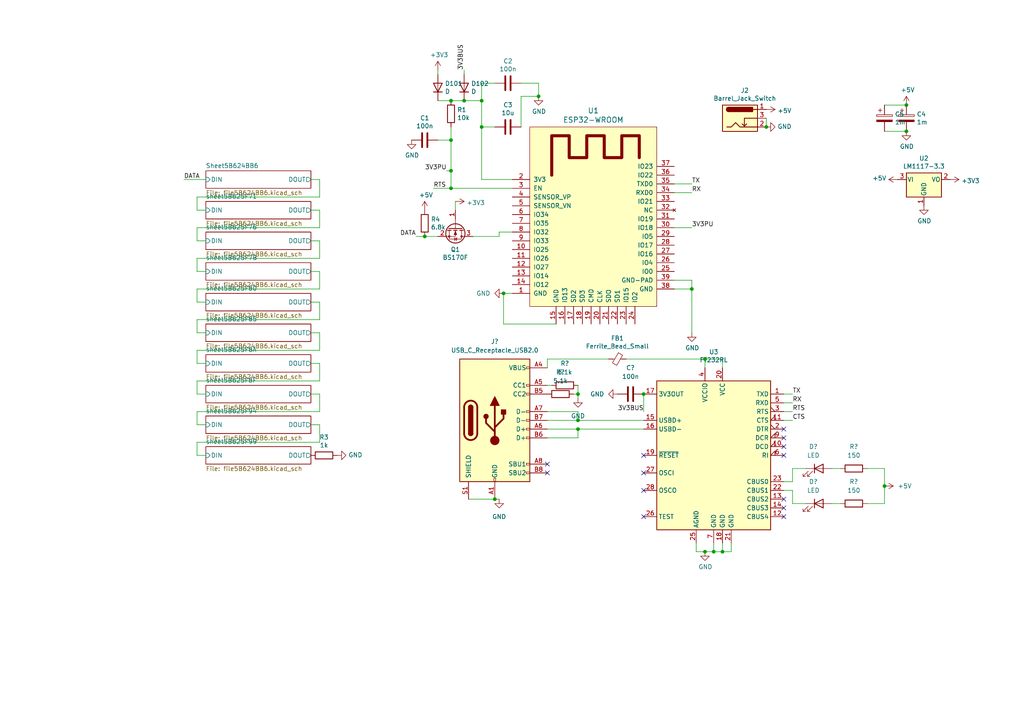
<source format=kicad_sch>
(kicad_sch (version 20211123) (generator eeschema)
  (paper "A4")
  (lib_symbols
    (symbol "Connector:Barrel_Jack_Switch" (pin_names hide)
      (property "Reference" "J" (at 0 5.334 0))
      (property "Value" "Barrel_Jack_Switch" (at 0 -5.08 0))
      (symbol "Barrel_Jack_Switch_0_1"
        (rectangle (start -5.08 3.81) (end 5.08 -3.81) (stroke (width 0.254)) (fill (type background)))
        (arc (start -3.302 3.175) (mid -3.937 2.54) (end -3.302 1.905) (stroke (width 0.254)))
        (arc (start -3.302 3.175) (mid -3.937 2.54) (end -3.302 1.905) (stroke (width 0.254)) (fill (type outline)))
        (polyline (pts (xy 1.27 -2.286) (xy 1.905 -1.651)) (stroke (width 0.254)))
        (polyline (pts (xy 5.08 2.54) (xy 3.81 2.54)) (stroke (width 0.254)))
        (polyline (pts (xy 5.08 0) (xy 1.27 0) (xy 1.27 -2.286) (xy 0.635 -1.651)) (stroke (width 0.254)))
        (polyline (pts (xy -3.81 -2.54) (xy -2.54 -2.54) (xy -1.27 -1.27) (xy 0 -2.54) (xy 2.54 -2.54) (xy 5.08 -2.54)) (stroke (width 0.254)))
        (rectangle (start 3.683 3.175) (end -3.302 1.905) (stroke (width 0.254)) (fill (type outline)))
      )
      (symbol "Barrel_Jack_Switch_1_1"
        (pin passive line (at 7.62 2.54 180) (length 2.54) (name "~") (number "1"))
        (pin passive line (at 7.62 -2.54 180) (length 2.54) (name "~") (number "2"))
        (pin passive line (at 7.62 0 180) (length 2.54) (name "~") (number "3"))
      )
    )
    (symbol "Connector:USB_C_Receptacle_USB2.0" (pin_names (offset 1.016))
      (property "Reference" "J" (at -10.16 19.05 0))
      (property "Value" "USB_C_Receptacle_USB2.0" (at 19.05 19.05 0))
      (symbol "USB_C_Receptacle_USB2.0_0_0"
        (rectangle (start -0.254 -17.78) (end 0.254 -16.764))
        (rectangle (start 10.16 -14.986) (end 9.144 -15.494))
        (rectangle (start 10.16 -12.446) (end 9.144 -12.954))
        (rectangle (start 10.16 -4.826) (end 9.144 -5.334))
        (rectangle (start 10.16 -2.286) (end 9.144 -2.794))
        (rectangle (start 10.16 0.254) (end 9.144 -0.254))
        (rectangle (start 10.16 2.794) (end 9.144 2.286))
        (rectangle (start 10.16 7.874) (end 9.144 7.366))
        (rectangle (start 10.16 10.414) (end 9.144 9.906))
        (rectangle (start 10.16 15.494) (end 9.144 14.986))
      )
      (symbol "USB_C_Receptacle_USB2.0_0_1"
        (rectangle (start -10.16 17.78) (end 10.16 -17.78) (stroke (width 0.254)) (fill (type background)))
        (arc (start -8.89 -3.81) (mid -6.985 -5.715) (end -5.08 -3.81) (stroke (width 0.508)))
        (arc (start -7.62 -3.81) (mid -6.985 -4.445) (end -6.35 -3.81) (stroke (width 0.254)))
        (arc (start -7.62 -3.81) (mid -6.985 -4.445) (end -6.35 -3.81) (stroke (width 0.254)) (fill (type outline)))
        (rectangle (start -7.62 -3.81) (end -6.35 3.81) (stroke (width 0.254)) (fill (type outline)))
        (arc (start -6.35 3.81) (mid -6.985 4.445) (end -7.62 3.81) (stroke (width 0.254)))
        (arc (start -6.35 3.81) (mid -6.985 4.445) (end -7.62 3.81) (stroke (width 0.254)) (fill (type outline)))
        (arc (start -5.08 3.81) (mid -6.985 5.715) (end -8.89 3.81) (stroke (width 0.508)))
        (circle (center -2.54 1.143) (radius 0.635) (stroke (width 0.254)) (fill (type outline)))
        (circle (center 0 -5.842) (radius 1.27) (fill (type outline)))
        (polyline (pts (xy -8.89 -3.81) (xy -8.89 3.81)) (stroke (width 0.508)))
        (polyline (pts (xy -5.08 3.81) (xy -5.08 -3.81)) (stroke (width 0.508)))
        (polyline (pts (xy 0 -5.842) (xy 0 4.318)) (stroke (width 0.508)))
        (polyline (pts (xy 0 -3.302) (xy -2.54 -0.762) (xy -2.54 0.508)) (stroke (width 0.508)))
        (polyline (pts (xy 0 -2.032) (xy 2.54 0.508) (xy 2.54 1.778)) (stroke (width 0.508)))
        (polyline (pts (xy -1.27 4.318) (xy 0 6.858) (xy 1.27 4.318) (xy -1.27 4.318)) (stroke (width 0.254)) (fill (type outline)))
        (rectangle (start 1.905 1.778) (end 3.175 3.048) (stroke (width 0.254)) (fill (type outline)))
      )
      (symbol "USB_C_Receptacle_USB2.0_1_1"
        (pin passive line (at 0 -22.86 90) (length 5.08) (name "GND") (number "A1"))
        (pin passive line (at 0 -22.86 90) (length 5.08) hide (name "GND") (number "A12"))
        (pin passive line (at 15.24 15.24 180) (length 5.08) (name "VBUS") (number "A4"))
        (pin bidirectional line (at 15.24 10.16 180) (length 5.08) (name "CC1") (number "A5"))
        (pin bidirectional line (at 15.24 -2.54 180) (length 5.08) (name "D+") (number "A6"))
        (pin bidirectional line (at 15.24 2.54 180) (length 5.08) (name "D-") (number "A7"))
        (pin bidirectional line (at 15.24 -12.7 180) (length 5.08) (name "SBU1") (number "A8"))
        (pin passive line (at 15.24 15.24 180) (length 5.08) hide (name "VBUS") (number "A9"))
        (pin passive line (at 0 -22.86 90) (length 5.08) hide (name "GND") (number "B1"))
        (pin passive line (at 0 -22.86 90) (length 5.08) hide (name "GND") (number "B12"))
        (pin passive line (at 15.24 15.24 180) (length 5.08) hide (name "VBUS") (number "B4"))
        (pin bidirectional line (at 15.24 7.62 180) (length 5.08) (name "CC2") (number "B5"))
        (pin bidirectional line (at 15.24 -5.08 180) (length 5.08) (name "D+") (number "B6"))
        (pin bidirectional line (at 15.24 0 180) (length 5.08) (name "D-") (number "B7"))
        (pin bidirectional line (at 15.24 -15.24 180) (length 5.08) (name "SBU2") (number "B8"))
        (pin passive line (at 15.24 15.24 180) (length 5.08) hide (name "VBUS") (number "B9"))
        (pin passive line (at -7.62 -22.86 90) (length 5.08) (name "SHIELD") (number "S1"))
      )
    )
    (symbol "Device:C" (pin_numbers hide) (pin_names (offset 0.254))
      (property "Reference" "C" (at 0.635 2.54 0))
      (property "Value" "C" (at 0.635 -2.54 0))
      (symbol "C_0_1"
        (polyline (pts (xy -2.032 -0.762) (xy 2.032 -0.762)) (stroke (width 0.508)))
        (polyline (pts (xy -2.032 0.762) (xy 2.032 0.762)) (stroke (width 0.508)))
      )
      (symbol "C_1_1"
        (pin passive line (at 0 3.81 270) (length 2.794) (name "~") (number "1"))
        (pin passive line (at 0 -3.81 90) (length 2.794) (name "~") (number "2"))
      )
    )
    (symbol "Device:D" (pin_numbers hide) (pin_names (offset 1.016) hide)
      (property "Reference" "D" (at 0 2.54 0))
      (property "Value" "D" (at 0 -2.54 0))
      (symbol "D_0_1"
        (polyline (pts (xy -1.27 1.27) (xy -1.27 -1.27)) (stroke (width 0.254)))
        (polyline (pts (xy 1.27 0) (xy -1.27 0)))
        (polyline (pts (xy 1.27 1.27) (xy 1.27 -1.27) (xy -1.27 0) (xy 1.27 1.27)) (stroke (width 0.254)))
      )
      (symbol "D_1_1"
        (pin passive line (at -3.81 0 0) (length 2.54) (name "K") (number "1"))
        (pin passive line (at 3.81 0 180) (length 2.54) (name "A") (number "2"))
      )
    )
    (symbol "Device:LED" (pin_numbers hide) (pin_names (offset 1.016) hide)
      (property "Reference" "D" (at 0 2.54 0))
      (property "Value" "LED" (at 0 -2.54 0))
      (symbol "LED_0_1"
        (polyline (pts (xy -1.27 -1.27) (xy -1.27 1.27)) (stroke (width 0.254)))
        (polyline (pts (xy -1.27 0) (xy 1.27 0)))
        (polyline (pts (xy 1.27 -1.27) (xy 1.27 1.27) (xy -1.27 0) (xy 1.27 -1.27)) (stroke (width 0.254)))
        (polyline (pts (xy -3.048 -0.762) (xy -4.572 -2.286) (xy -3.81 -2.286) (xy -4.572 -2.286) (xy -4.572 -1.524)))
        (polyline (pts (xy -1.778 -0.762) (xy -3.302 -2.286) (xy -2.54 -2.286) (xy -3.302 -2.286) (xy -3.302 -1.524)))
      )
      (symbol "LED_1_1"
        (pin passive line (at -3.81 0 0) (length 2.54) (name "K") (number "1"))
        (pin passive line (at 3.81 0 180) (length 2.54) (name "A") (number "2"))
      )
    )
    (symbol "Device:R" (pin_numbers hide) (pin_names (offset 0))
      (property "Reference" "R" (at 2.032 0 90))
      (property "Value" "R" (at 0 0 90))
      (symbol "R_0_1"
        (rectangle (start -1.016 -2.54) (end 1.016 2.54) (stroke (width 0.254)))
      )
      (symbol "R_1_1"
        (pin passive line (at 0 3.81 270) (length 1.27) (name "~") (number "1"))
        (pin passive line (at 0 -3.81 90) (length 1.27) (name "~") (number "2"))
      )
    )
    (symbol "Interface_USB:FT232RL"
      (property "Reference" "U" (at -16.51 22.86 0))
      (property "Value" "FT232RL" (at 10.16 22.86 0))
      (symbol "FT232RL_0_1"
        (rectangle (start -16.51 21.59) (end 16.51 -21.59) (stroke (width 0.254)) (fill (type background)))
      )
      (symbol "FT232RL_1_1"
        (pin output line (at 20.32 17.78 180) (length 3.81) (name "TXD") (number "1"))
        (pin input input_low (at 20.32 2.54 180) (length 3.81) (name "DCD") (number "10"))
        (pin input input_low (at 20.32 10.16 180) (length 3.81) (name "CTS") (number "11"))
        (pin bidirectional line (at 20.32 -17.78 180) (length 3.81) (name "CBUS4") (number "12"))
        (pin bidirectional line (at 20.32 -12.7 180) (length 3.81) (name "CBUS2") (number "13"))
        (pin bidirectional line (at 20.32 -15.24 180) (length 3.81) (name "CBUS3") (number "14"))
        (pin bidirectional line (at -20.32 10.16 0) (length 3.81) (name "USBD+") (number "15"))
        (pin bidirectional line (at -20.32 7.62 0) (length 3.81) (name "USBD-") (number "16"))
        (pin power_out line (at -20.32 17.78 0) (length 3.81) (name "3V3OUT") (number "17"))
        (pin power_in line (at 2.54 -25.4 90) (length 3.81) (name "GND") (number "18"))
        (pin input line (at -20.32 0 0) (length 3.81) (name "~{RESET}") (number "19"))
        (pin output output_low (at 20.32 7.62 180) (length 3.81) (name "DTR") (number "2"))
        (pin power_in line (at 2.54 25.4 270) (length 3.81) (name "VCC") (number "20"))
        (pin power_in line (at 5.08 -25.4 90) (length 3.81) (name "GND") (number "21"))
        (pin bidirectional line (at 20.32 -10.16 180) (length 3.81) (name "CBUS1") (number "22"))
        (pin bidirectional line (at 20.32 -7.62 180) (length 3.81) (name "CBUS0") (number "23"))
        (pin power_in line (at -5.08 -25.4 90) (length 3.81) (name "AGND") (number "25"))
        (pin input line (at -20.32 -17.78 0) (length 3.81) (name "TEST") (number "26"))
        (pin input line (at -20.32 -5.08 0) (length 3.81) (name "OSCI") (number "27"))
        (pin output line (at -20.32 -10.16 0) (length 3.81) (name "OSCO") (number "28"))
        (pin output output_low (at 20.32 12.7 180) (length 3.81) (name "RTS") (number "3"))
        (pin power_in line (at -2.54 25.4 270) (length 3.81) (name "VCCIO") (number "4"))
        (pin input line (at 20.32 15.24 180) (length 3.81) (name "RXD") (number "5"))
        (pin input input_low (at 20.32 0 180) (length 3.81) (name "RI") (number "6"))
        (pin power_in line (at 0 -25.4 90) (length 3.81) (name "GND") (number "7"))
        (pin input input_low (at 20.32 5.08 180) (length 3.81) (name "DCR") (number "9"))
      )
    )
    (symbol "Regulator_Linear:LM1117-3.3" (pin_names (offset 0.254))
      (property "Reference" "U" (at -3.81 3.175 0))
      (property "Value" "LM1117-3.3" (at 0 3.175 0))
      (symbol "LM1117-3.3_0_1"
        (rectangle (start -5.08 -5.08) (end 5.08 1.905) (stroke (width 0.254)) (fill (type background)))
      )
      (symbol "LM1117-3.3_1_1"
        (pin power_in line (at 0 -7.62 90) (length 2.54) (name "GND") (number "1"))
        (pin power_out line (at 7.62 0 180) (length 2.54) (name "VO") (number "2"))
        (pin power_in line (at -7.62 0 0) (length 2.54) (name "VI") (number "3"))
      )
    )
    (symbol "Transistor_FET:BS170F" (pin_names hide)
      (property "Reference" "Q" (at 5.08 1.905 0))
      (property "Value" "BS170F" (at 5.08 0 0))
      (symbol "BS170F_0_1"
        (polyline (pts (xy 0.254 0) (xy -2.54 0)))
        (polyline (pts (xy 0.254 1.905) (xy 0.254 -1.905)) (stroke (width 0.254)))
        (polyline (pts (xy 0.762 -1.27) (xy 0.762 -2.286)) (stroke (width 0.254)))
        (polyline (pts (xy 0.762 0.508) (xy 0.762 -0.508)) (stroke (width 0.254)))
        (polyline (pts (xy 0.762 2.286) (xy 0.762 1.27)) (stroke (width 0.254)))
        (polyline (pts (xy 2.54 2.54) (xy 2.54 1.778)))
        (polyline (pts (xy 2.54 -2.54) (xy 2.54 0) (xy 0.762 0)))
        (polyline (pts (xy 0.762 -1.778) (xy 3.302 -1.778) (xy 3.302 1.778) (xy 0.762 1.778)))
        (polyline (pts (xy 1.016 0) (xy 2.032 0.381) (xy 2.032 -0.381) (xy 1.016 0)) (fill (type outline)))
        (polyline (pts (xy 2.794 0.508) (xy 2.921 0.381) (xy 3.683 0.381) (xy 3.81 0.254)))
        (polyline (pts (xy 3.302 0.381) (xy 2.921 -0.254) (xy 3.683 -0.254) (xy 3.302 0.381)))
        (circle (center 1.651 0) (radius 2.794) (stroke (width 0.254)))
        (circle (center 2.54 -1.778) (radius 0.254) (fill (type outline)))
        (circle (center 2.54 1.778) (radius 0.254) (fill (type outline)))
      )
      (symbol "BS170F_1_1"
        (pin input line (at -5.08 0 0) (length 2.54) (name "G") (number "1"))
        (pin passive line (at 2.54 -5.08 90) (length 2.54) (name "S") (number "2"))
        (pin passive line (at 2.54 5.08 270) (length 2.54) (name "D") (number "3"))
      )
    )
    (symbol "pentasquare-rescue:+3.3V-power" (power) (pin_names (offset 0))
      (property "Value" "+3.3V-power" (at 0 3.556 0))
      (symbol "+3.3V-power_0_1"
        (polyline (pts (xy -0.762 1.27) (xy 0 2.54)))
        (polyline (pts (xy 0 0) (xy 0 2.54)))
        (polyline (pts (xy 0 2.54) (xy 0.762 1.27)))
      )
      (symbol "+3.3V-power_1_1"
        (pin power_in line (at 0 0 90) (length 0) hide (name "+3V3") (number "1"))
      )
    )
    (symbol "pentasquare-rescue:CP-Device" (pin_numbers hide) (pin_names (offset 0.254))
      (property "Reference" "C" (at 0.635 2.54 0))
      (property "Value" "CP-Device" (at 0.635 -2.54 0))
      (symbol "CP-Device_0_1"
        (rectangle (start -2.286 0.508) (end 2.286 1.016))
        (polyline (pts (xy -1.778 2.286) (xy -0.762 2.286)))
        (polyline (pts (xy -1.27 2.794) (xy -1.27 1.778)))
        (rectangle (start 2.286 -0.508) (end -2.286 -1.016) (fill (type outline)))
      )
      (symbol "CP-Device_1_1"
        (pin passive line (at 0 3.81 270) (length 2.794) (name "~") (number "1"))
        (pin passive line (at 0 -3.81 90) (length 2.794) (name "~") (number "2"))
      )
    )
    (symbol "pentasquare-rescue:ESP32-WROOM-ESP32-footprints-Shem-Lib" (pin_names (offset 1.016))
      (property "Reference" "U" (at -17.78 31.75 0))
      (property "Value" "ESP32-WROOM-ESP32-footprints-Shem-Lib" (at 12.7 31.75 0))
      (symbol "ESP32-WROOM-ESP32-footprints-Shem-Lib_0_1"
        (rectangle (start -19.05 30.48) (end 17.78 -21.59) (fill (type background)))
        (polyline (pts (xy -12.7 16.51) (xy -12.7 27.94) (xy -7.62 27.94) (xy -7.62 21.59) (xy -2.54 21.59) (xy -2.54 27.94) (xy 2.54 27.94) (xy 2.54 21.59) (xy 7.62 21.59) (xy 7.62 27.94) (xy 12.7 27.94) (xy 12.7 21.59)) (stroke (width 0.889)))
      )
      (symbol "ESP32-WROOM-ESP32-footprints-Shem-Lib_1_1"
        (pin power_out line (at -24.13 -17.78 0) (length 5.08) (name "GND") (number "1"))
        (pin bidirectional line (at -24.13 -5.08 0) (length 5.08) (name "IO25") (number "10"))
        (pin bidirectional line (at -24.13 -7.62 0) (length 5.08) (name "IO26") (number "11"))
        (pin bidirectional line (at -24.13 -10.16 0) (length 5.08) (name "IO27") (number "12"))
        (pin bidirectional line (at -24.13 -12.7 0) (length 5.08) (name "IO14") (number "13"))
        (pin bidirectional line (at -24.13 -15.24 0) (length 5.08) (name "IO12") (number "14"))
        (pin power_in line (at -11.43 -26.67 90) (length 5.08) (name "GND") (number "15"))
        (pin bidirectional line (at -8.89 -26.67 90) (length 5.08) (name "IO13") (number "16"))
        (pin bidirectional line (at -6.35 -26.67 90) (length 5.08) (name "SD2") (number "17"))
        (pin bidirectional line (at -3.81 -26.67 90) (length 5.08) (name "SD3") (number "18"))
        (pin bidirectional line (at -1.27 -26.67 90) (length 5.08) (name "CMD") (number "19"))
        (pin power_in line (at -24.13 15.24 0) (length 5.08) (name "3V3") (number "2"))
        (pin input line (at 1.27 -26.67 90) (length 5.08) (name "CLK") (number "20"))
        (pin bidirectional line (at 3.81 -26.67 90) (length 5.08) (name "SDO") (number "21"))
        (pin bidirectional line (at 6.35 -26.67 90) (length 5.08) (name "SD1") (number "22"))
        (pin bidirectional line (at 8.89 -26.67 90) (length 5.08) (name "IO15") (number "23"))
        (pin bidirectional line (at 11.43 -26.67 90) (length 5.08) (name "IO2") (number "24"))
        (pin bidirectional line (at 22.86 -11.43 180) (length 5.08) (name "IO0") (number "25"))
        (pin input line (at 22.86 -8.89 180) (length 5.08) (name "IO4") (number "26"))
        (pin bidirectional line (at 22.86 -6.35 180) (length 5.08) (name "IO16") (number "27"))
        (pin bidirectional line (at 22.86 -3.81 180) (length 5.08) (name "IO17") (number "28"))
        (pin bidirectional line (at 22.86 -1.27 180) (length 5.08) (name "IO5") (number "29"))
        (pin input line (at -24.13 12.7 0) (length 5.08) (name "EN") (number "3"))
        (pin input line (at 22.86 1.27 180) (length 5.08) (name "IO18") (number "30"))
        (pin bidirectional line (at 22.86 3.81 180) (length 5.08) (name "IO19") (number "31"))
        (pin no_connect line (at 22.86 6.35 180) (length 5.08) (name "NC") (number "32"))
        (pin bidirectional line (at 22.86 8.89 180) (length 5.08) (name "IO21") (number "33"))
        (pin bidirectional line (at 22.86 11.43 180) (length 5.08) (name "RXD0") (number "34"))
        (pin bidirectional line (at 22.86 13.97 180) (length 5.08) (name "TXD0") (number "35"))
        (pin bidirectional line (at 22.86 16.51 180) (length 5.08) (name "IO22") (number "36"))
        (pin bidirectional line (at 22.86 19.05 180) (length 5.08) (name "IO23") (number "37"))
        (pin power_in line (at 22.86 -16.51 180) (length 5.08) (name "GND") (number "38"))
        (pin power_in line (at 22.86 -13.97 180) (length 5.08) (name "GND-PAD") (number "39"))
        (pin input line (at -24.13 10.16 0) (length 5.08) (name "SENSOR_VP") (number "4"))
        (pin input line (at -24.13 7.62 0) (length 5.08) (name "SENSOR_VN") (number "5"))
        (pin bidirectional line (at -24.13 5.08 0) (length 5.08) (name "IO34") (number "6"))
        (pin bidirectional line (at -24.13 2.54 0) (length 5.08) (name "IO35") (number "7"))
        (pin bidirectional line (at -24.13 0 0) (length 5.08) (name "IO32") (number "8"))
        (pin bidirectional line (at -24.13 -2.54 0) (length 5.08) (name "IO33") (number "9"))
      )
    )
    (symbol "pentasquare-rescue:Ferrite_Bead_Small-Device" (pin_numbers hide) (pin_names (offset 0))
      (property "Reference" "FB" (at 1.905 1.27 0))
      (property "Value" "Ferrite_Bead_Small-Device" (at 1.905 -1.27 0))
      (symbol "Ferrite_Bead_Small-Device_0_1"
        (polyline (pts (xy 0 -1.27) (xy 0 -0.7874)))
        (polyline (pts (xy 0 0.889) (xy 0 1.2954)))
        (polyline (pts (xy -1.8288 0.2794) (xy -1.1176 1.4986) (xy 1.8288 -0.2032) (xy 1.1176 -1.4224) (xy -1.8288 0.2794)))
      )
      (symbol "Ferrite_Bead_Small-Device_1_1"
        (pin passive line (at 0 2.54 270) (length 1.27) (name "~") (number "1"))
        (pin passive line (at 0 -2.54 90) (length 1.27) (name "~") (number "2"))
      )
    )
    (symbol "power:+5V" (power) (pin_names (offset 0))
      (property "Value" "+5V" (at 0 3.556 0))
      (symbol "+5V_0_1"
        (polyline (pts (xy -0.762 1.27) (xy 0 2.54)))
        (polyline (pts (xy 0 0) (xy 0 2.54)))
        (polyline (pts (xy 0 2.54) (xy 0.762 1.27)))
      )
      (symbol "+5V_1_1"
        (pin power_in line (at 0 0 90) (length 0) hide (name "+5V") (number "1"))
      )
    )
    (symbol "power:GND" (power) (pin_names (offset 0))
      (property "Value" "GND" (at 0 -3.81 0))
      (symbol "GND_0_1"
        (polyline (pts (xy 0 0) (xy 0 -1.27) (xy 1.27 -1.27) (xy 0 -2.54) (xy -1.27 -1.27) (xy 0 -1.27)))
      )
      (symbol "GND_1_1"
        (pin power_in line (at 0 0 270) (length 0) hide (name "GND") (number "1"))
      )
    )
  )
  (junction (at 186.69 114.3))
  (junction (at 209.55 160.02))
  (junction (at 130.81 29.21))
  (junction (at 139.7 29.21))
  (junction (at 143.51 144.78))
  (junction (at 167.64 121.92))
  (junction (at 156.21 27.94))
  (junction (at 130.81 49.53))
  (junction (at 204.47 160.02))
  (junction (at 146.05 85.09))
  (junction (at 262.89 30.48))
  (junction (at 222.25 36.83))
  (junction (at 130.81 54.61))
  (junction (at 262.89 38.1))
  (junction (at 256.54 140.97))
  (junction (at 130.81 40.64))
  (junction (at 167.64 124.46))
  (junction (at 134.62 29.21))
  (junction (at 207.01 160.02))
  (junction (at 200.66 83.82))
  (junction (at 123.19 68.58))
  (junction (at 204.47 104.14))
  (junction (at 167.64 114.3))
  (junction (at 139.7 36.83))
  (no_connect (at 227.33 149.86))
  (no_connect (at 227.33 147.32))
  (no_connect (at 186.69 132.08))
  (no_connect (at 186.69 137.16))
  (no_connect (at 158.75 134.62))
  (no_connect (at 227.33 124.46))
  (no_connect (at 227.33 127))
  (no_connect (at 158.75 137.16))
  (no_connect (at 227.33 129.54))
  (no_connect (at 186.69 142.24))
  (no_connect (at 186.69 149.86))
  (no_connect (at 227.33 144.78))
  (no_connect (at 227.33 132.08))
  (wire (pts (xy 130.81 40.64) (xy 130.81 49.53)))
  (wire (pts (xy 144.78 68.58) (xy 137.16 68.58)))
  (wire (pts (xy 167.64 124.46) (xy 158.75 124.46)))
  (wire (pts (xy 57.15 105.41) (xy 59.69 105.41)))
  (wire (pts (xy 146.05 85.09) (xy 148.59 85.09)))
  (wire (pts (xy 227.33 114.3) (xy 229.87 114.3)))
  (wire (pts (xy 195.58 53.34) (xy 200.66 53.34)))
  (wire (pts (xy 251.46 135.89) (xy 256.54 135.89)))
  (wire (pts (xy 90.17 96.52) (xy 92.71 96.52)))
  (wire (pts (xy 207.01 160.02) (xy 204.47 160.02)))
  (wire (pts (xy 57.15 123.19) (xy 59.69 123.19)))
  (wire (pts (xy 57.15 128.27) (xy 57.15 132.08)))
  (wire (pts (xy 53.34 52.07) (xy 59.69 52.07)))
  (wire (pts (xy 92.71 87.63) (xy 92.71 92.71)))
  (wire (pts (xy 127 21.59) (xy 127 20.32)))
  (wire (pts (xy 92.71 78.74) (xy 92.71 83.82)))
  (wire (pts (xy 90.17 123.19) (xy 92.71 123.19)))
  (wire (pts (xy 204.47 106.68) (xy 204.47 104.14)))
  (wire (pts (xy 204.47 160.02) (xy 201.93 160.02)))
  (wire (pts (xy 167.64 114.3) (xy 167.64 115.57)))
  (wire (pts (xy 92.71 101.6) (xy 57.15 101.6)))
  (wire (pts (xy 90.17 114.3) (xy 92.71 114.3)))
  (wire (pts (xy 57.15 60.96) (xy 59.69 60.96)))
  (wire (pts (xy 92.71 105.41) (xy 92.71 110.49)))
  (wire (pts (xy 200.66 83.82) (xy 195.58 83.82)))
  (wire (pts (xy 156.21 24.13) (xy 156.21 27.94)))
  (wire (pts (xy 158.75 111.76) (xy 160.02 111.76)))
  (wire (pts (xy 209.55 106.68) (xy 209.55 104.14)))
  (wire (pts (xy 201.93 160.02) (xy 201.93 157.48)))
  (wire (pts (xy 227.33 142.24) (xy 229.87 142.24)))
  (wire (pts (xy 90.17 52.07) (xy 92.71 52.07)))
  (wire (pts (xy 167.64 121.92) (xy 158.75 121.92)))
  (wire (pts (xy 90.17 105.41) (xy 92.71 105.41)))
  (wire (pts (xy 146.05 93.98) (xy 146.05 85.09)))
  (wire (pts (xy 130.81 40.64) (xy 127 40.64)))
  (wire (pts (xy 139.7 52.07) (xy 148.59 52.07)))
  (wire (pts (xy 134.62 29.21) (xy 130.81 29.21)))
  (wire (pts (xy 92.71 69.85) (xy 92.71 74.93)))
  (wire (pts (xy 129.54 49.53) (xy 130.81 49.53)))
  (wire (pts (xy 92.71 114.3) (xy 92.71 119.38)))
  (wire (pts (xy 57.15 96.52) (xy 59.69 96.52)))
  (wire (pts (xy 256.54 38.1) (xy 262.89 38.1)))
  (wire (pts (xy 227.33 139.7) (xy 229.87 139.7)))
  (wire (pts (xy 151.13 24.13) (xy 156.21 24.13)))
  (wire (pts (xy 57.15 87.63) (xy 59.69 87.63)))
  (wire (pts (xy 167.64 127) (xy 167.64 124.46)))
  (wire (pts (xy 132.08 58.42) (xy 132.08 60.96)))
  (wire (pts (xy 92.71 123.19) (xy 92.71 128.27)))
  (wire (pts (xy 92.71 92.71) (xy 57.15 92.71)))
  (wire (pts (xy 135.89 144.78) (xy 143.51 144.78)))
  (wire (pts (xy 241.3 146.05) (xy 243.84 146.05)))
  (wire (pts (xy 233.68 146.05) (xy 229.87 146.05)))
  (wire (pts (xy 161.29 93.98) (xy 146.05 93.98)))
  (wire (pts (xy 90.17 69.85) (xy 92.71 69.85)))
  (wire (pts (xy 92.71 57.15) (xy 57.15 57.15)))
  (wire (pts (xy 125.73 54.61) (xy 130.81 54.61)))
  (wire (pts (xy 200.66 83.82) (xy 200.66 96.52)))
  (wire (pts (xy 90.17 60.96) (xy 92.71 60.96)))
  (wire (pts (xy 92.71 119.38) (xy 57.15 119.38)))
  (wire (pts (xy 158.75 106.68) (xy 158.75 104.14)))
  (wire (pts (xy 212.09 157.48) (xy 212.09 160.02)))
  (wire (pts (xy 92.71 110.49) (xy 57.15 110.49)))
  (wire (pts (xy 139.7 29.21) (xy 139.7 36.83)))
  (wire (pts (xy 222.25 34.29) (xy 222.25 36.83)))
  (wire (pts (xy 90.17 78.74) (xy 92.71 78.74)))
  (wire (pts (xy 57.15 110.49) (xy 57.15 114.3)))
  (wire (pts (xy 143.51 24.13) (xy 139.7 24.13)))
  (wire (pts (xy 148.59 67.31) (xy 144.78 67.31)))
  (wire (pts (xy 130.81 36.83) (xy 130.81 40.64)))
  (wire (pts (xy 158.75 104.14) (xy 176.53 104.14)))
  (wire (pts (xy 134.62 20.32) (xy 134.62 21.59)))
  (wire (pts (xy 195.58 81.28) (xy 200.66 81.28)))
  (wire (pts (xy 200.66 81.28) (xy 200.66 83.82)))
  (wire (pts (xy 256.54 140.97) (xy 256.54 146.05)))
  (wire (pts (xy 166.37 114.3) (xy 167.64 114.3)))
  (wire (pts (xy 123.19 68.58) (xy 127 68.58)))
  (wire (pts (xy 229.87 146.05) (xy 229.87 142.24)))
  (wire (pts (xy 57.15 114.3) (xy 59.69 114.3)))
  (wire (pts (xy 57.15 57.15) (xy 57.15 60.96)))
  (wire (pts (xy 130.81 49.53) (xy 130.81 54.61)))
  (wire (pts (xy 256.54 30.48) (xy 262.89 30.48)))
  (wire (pts (xy 227.33 121.92) (xy 229.87 121.92)))
  (wire (pts (xy 92.71 52.07) (xy 92.71 57.15)))
  (wire (pts (xy 57.15 66.04) (xy 57.15 69.85)))
  (wire (pts (xy 200.66 55.88) (xy 195.58 55.88)))
  (wire (pts (xy 57.15 101.6) (xy 57.15 105.41)))
  (wire (pts (xy 144.78 144.78) (xy 143.51 144.78)))
  (wire (pts (xy 167.64 119.38) (xy 167.64 121.92)))
  (wire (pts (xy 241.3 135.89) (xy 243.84 135.89)))
  (wire (pts (xy 167.64 124.46) (xy 186.69 124.46)))
  (wire (pts (xy 167.64 121.92) (xy 186.69 121.92)))
  (wire (pts (xy 229.87 116.84) (xy 227.33 116.84)))
  (wire (pts (xy 130.81 54.61) (xy 148.59 54.61)))
  (wire (pts (xy 209.55 157.48) (xy 209.55 160.02)))
  (wire (pts (xy 57.15 83.82) (xy 57.15 87.63)))
  (wire (pts (xy 256.54 146.05) (xy 251.46 146.05)))
  (wire (pts (xy 212.09 160.02) (xy 209.55 160.02)))
  (wire (pts (xy 92.71 66.04) (xy 57.15 66.04)))
  (wire (pts (xy 143.51 36.83) (xy 139.7 36.83)))
  (wire (pts (xy 233.68 135.89) (xy 229.87 135.89)))
  (wire (pts (xy 167.64 111.76) (xy 167.64 114.3)))
  (wire (pts (xy 92.71 128.27) (xy 57.15 128.27)))
  (wire (pts (xy 158.75 127) (xy 167.64 127)))
  (wire (pts (xy 158.75 119.38) (xy 167.64 119.38)))
  (wire (pts (xy 156.21 27.94) (xy 151.13 27.94)))
  (wire (pts (xy 209.55 160.02) (xy 207.01 160.02)))
  (wire (pts (xy 92.71 96.52) (xy 92.71 101.6)))
  (wire (pts (xy 139.7 36.83) (xy 139.7 52.07)))
  (wire (pts (xy 207.01 157.48) (xy 207.01 160.02)))
  (wire (pts (xy 151.13 27.94) (xy 151.13 36.83)))
  (wire (pts (xy 134.62 29.21) (xy 139.7 29.21)))
  (wire (pts (xy 181.61 104.14) (xy 204.47 104.14)))
  (wire (pts (xy 209.55 104.14) (xy 204.47 104.14)))
  (wire (pts (xy 92.71 74.93) (xy 57.15 74.93)))
  (wire (pts (xy 195.58 66.04) (xy 200.66 66.04)))
  (wire (pts (xy 227.33 119.38) (xy 229.87 119.38)))
  (wire (pts (xy 57.15 74.93) (xy 57.15 78.74)))
  (wire (pts (xy 92.71 83.82) (xy 57.15 83.82)))
  (wire (pts (xy 229.87 135.89) (xy 229.87 139.7)))
  (wire (pts (xy 144.78 67.31) (xy 144.78 68.58)))
  (wire (pts (xy 256.54 135.89) (xy 256.54 140.97)))
  (wire (pts (xy 57.15 69.85) (xy 59.69 69.85)))
  (wire (pts (xy 90.17 87.63) (xy 92.71 87.63)))
  (wire (pts (xy 57.15 132.08) (xy 59.69 132.08)))
  (wire (pts (xy 130.81 29.21) (xy 127 29.21)))
  (wire (pts (xy 57.15 119.38) (xy 57.15 123.19)))
  (wire (pts (xy 123.19 68.58) (xy 120.65 68.58)))
  (wire (pts (xy 186.69 119.38) (xy 186.69 114.3)))
  (wire (pts (xy 57.15 78.74) (xy 59.69 78.74)))
  (wire (pts (xy 92.71 60.96) (xy 92.71 66.04)))
  (wire (pts (xy 57.15 92.71) (xy 57.15 96.52)))
  (wire (pts (xy 139.7 24.13) (xy 139.7 29.21)))
  (label "RTS" (at 229.87 119.38 0))
  (label "3V3BUS" (at 186.69 119.38 180))
  (label "3V3PU" (at 200.66 66.04 0))
  (label "TX" (at 229.87 114.3 0))
  (label "RX" (at 229.87 116.84 0))
  (label "RX" (at 200.66 55.88 0))
  (label "TX" (at 200.66 53.34 0))
  (label "3V3BUS" (at 134.62 20.32 90))
  (label "CTS" (at 229.87 121.92 0))
  (label "RTS" (at 125.73 54.61 0))
  (label "3V3PU" (at 129.54 49.53 180))
  (label "DATA" (at 53.34 52.07 0))
  (label "DATA" (at 120.65 68.58 180))
  (symbol (lib_id "pentasquare-rescue:ESP32-WROOM-ESP32-footprints-Shem-Lib") (at 172.72 67.31 0) (unit 1)
    (property "Reference" "U1" (at 172.085 32.0802 0) (effects (font (size 1.524 1.524))))
    (property "Value" "ESP32-WROOM" (at 172.085 34.7726 0) (effects (font (size 1.524 1.524))))
    (property "Footprint" "ESP32-footprints-Lib:ESP32-WROOM" (effects hide))
  )
  (symbol (lib_id "power:GND") (at 200.66 96.52 0) (unit 1)
    (property "Reference" "#PWR0201" (effects hide))
    (property "Value" "GND" (at 200.787 100.9142 0))
  )
  (symbol (lib_id "pentasquare-rescue:CP-Device") (at 262.89 34.29 0) (unit 1)
    (property "Reference" "C4" (at 265.8872 33.1216 0) (effects (justify left)))
    (property "Value" "1m" (at 265.8872 35.433 0) (effects (justify left)))
    (property "Footprint" "Capacitor_SMD:CP_Elec_8x10" (effects hide))
  )
  (symbol (lib_id "power:+5V") (at 262.89 30.48 0) (unit 1)
    (property "Reference" "#PWR0202" (effects hide))
    (property "Value" "+5V" (at 263.271 26.0858 0))
  )
  (symbol (lib_id "power:GND") (at 262.89 38.1 0) (unit 1)
    (property "Reference" "#PWR0203" (effects hide))
    (property "Value" "GND" (at 263.017 42.4942 0))
  )
  (symbol (lib_id "Device:R") (at 130.81 33.02 0) (unit 1)
    (property "Reference" "R1" (at 132.588 31.8516 0) (effects (justify left)))
    (property "Value" "10k" (at 132.588 34.163 0) (effects (justify left)))
    (property "Footprint" "Resistor_SMD:R_0603_1608Metric_Pad1.05x0.95mm_HandSolder" (effects hide))
  )
  (symbol (lib_id "Device:C") (at 123.19 40.64 270) (unit 1)
    (property "Reference" "C1" (at 123.19 34.2392 90))
    (property "Value" "100n" (at 123.19 36.5506 90))
    (property "Footprint" "Capacitor_SMD:C_0603_1608Metric_Pad1.05x0.95mm_HandSolder" (effects hide))
  )
  (symbol (lib_id "power:GND") (at 119.38 40.64 0) (unit 1)
    (property "Reference" "#PWR0204" (effects hide))
    (property "Value" "GND" (at 119.507 45.0342 0))
  )
  (symbol (lib_id "pentasquare-rescue:+3.3V-power") (at 127 20.32 0) (unit 1)
    (property "Reference" "#PWR0205" (effects hide))
    (property "Value" "+3.3V" (at 127.381 15.9258 0))
  )
  (symbol (lib_id "Device:C") (at 147.32 24.13 270) (unit 1)
    (property "Reference" "C2" (at 147.32 17.7292 90))
    (property "Value" "100n" (at 147.32 20.0406 90))
    (property "Footprint" "Capacitor_SMD:C_0603_1608Metric_Pad1.05x0.95mm_HandSolder" (effects hide))
  )
  (symbol (lib_id "Device:C") (at 147.32 36.83 270) (unit 1)
    (property "Reference" "C3" (at 147.32 30.4292 90))
    (property "Value" "10u" (at 147.32 32.7406 90))
    (property "Footprint" "Capacitor_SMD:C_1206_3216Metric_Pad1.42x1.75mm_HandSolder" (effects hide))
  )
  (symbol (lib_id "power:GND") (at 156.21 27.94 0) (unit 1)
    (property "Reference" "#PWR0207" (effects hide))
    (property "Value" "GND" (at 156.337 32.3342 0))
  )
  (symbol (lib_id "pentasquare-rescue:CP-Device") (at 256.54 34.29 0) (unit 1)
    (property "Reference" "C5" (at 259.5372 33.1216 0) (effects (justify left)))
    (property "Value" "1m" (at 259.5372 35.433 0) (effects (justify left)))
    (property "Footprint" "Capacitor_THT:CP_Radial_D6.3mm_P2.50mm" (effects hide))
  )
  (symbol (lib_id "power:+5V") (at 222.25 31.75 270) (unit 1)
    (property "Reference" "#PWR0211" (effects hide))
    (property "Value" "+5V" (at 225.5012 32.131 90) (effects (justify left)))
  )
  (symbol (lib_id "power:GND") (at 222.25 36.83 90) (unit 1)
    (property "Reference" "#PWR0210" (effects hide))
    (property "Value" "GND" (at 225.5012 36.703 90) (effects (justify right)))
  )
  (symbol (lib_id "power:+5V") (at 260.35 52.07 90) (unit 1)
    (property "Reference" "#PWR0212" (effects hide))
    (property "Value" "+5V" (at 257.0988 51.689 90) (effects (justify left)))
  )
  (symbol (lib_id "pentasquare-rescue:+3.3V-power") (at 275.59 52.07 270) (unit 1)
    (property "Reference" "#PWR0214" (effects hide))
    (property "Value" "+3.3V" (at 278.8412 52.451 90) (effects (justify left)))
  )
  (symbol (lib_id "power:GND") (at 267.97 59.69 0) (unit 1)
    (property "Reference" "#PWR0213" (effects hide))
    (property "Value" "GND" (at 268.097 64.0842 0))
  )
  (symbol (lib_id "Connector:Barrel_Jack_Switch") (at 214.63 34.29 0) (unit 1)
    (property "Reference" "J2" (at 216.027 26.2382 0))
    (property "Value" "Barrel_Jack_Switch" (at 216.027 28.5496 0))
    (property "Footprint" "Connector_BarrelJack:BarrelJack_Horizontal" (effects hide))
  )
  (symbol (lib_id "power:GND") (at 97.79 132.08 90) (unit 1)
    (property "Reference" "#PWR0215" (effects hide))
    (property "Value" "GND" (at 101.0412 131.953 90) (effects (justify right)))
  )
  (symbol (lib_id "Device:R") (at 93.98 132.08 270) (unit 1)
    (property "Reference" "R3" (at 93.98 126.8222 90))
    (property "Value" "1k" (at 93.98 129.1336 90))
    (property "Footprint" "Resistor_SMD:R_0603_1608Metric_Pad1.05x0.95mm_HandSolder" (effects hide))
  )
  (symbol (lib_id "pentasquare-rescue:+3.3V-power") (at 132.08 58.42 270) (unit 1)
    (property "Reference" "#PWR0217" (effects hide))
    (property "Value" "+3.3V" (at 135.3312 58.801 90) (effects (justify left)))
  )
  (symbol (lib_id "power:+5V") (at 123.19 60.96 0) (unit 1)
    (property "Reference" "#PWR0216" (effects hide))
    (property "Value" "+5V" (at 123.571 56.5658 0))
  )
  (symbol (lib_id "Device:R") (at 123.19 64.77 0) (unit 1)
    (property "Reference" "R4" (at 124.968 63.6016 0) (effects (justify left)))
    (property "Value" "6.8k" (at 124.968 65.913 0) (effects (justify left)))
    (property "Footprint" "Resistor_SMD:R_0603_1608Metric_Pad1.05x0.95mm_HandSolder" (effects hide))
  )
  (symbol (lib_id "Regulator_Linear:LM1117-3.3") (at 267.97 52.07 0) (unit 1)
    (property "Reference" "U2" (at 267.97 45.9232 0))
    (property "Value" "LM1117-3.3" (at 267.97 48.2346 0))
    (property "Footprint" "Package_TO_SOT_SMD:SOT-223" (effects hide))
    (property "Datasheet" "http://www.ti.com/lit/ds/symlink/lm1117.pdf" (effects hide))
  )
  (symbol (lib_id "Transistor_FET:BS170F") (at 132.08 66.04 270) (unit 1)
    (property "Reference" "Q1" (at 132.08 72.3646 90))
    (property "Value" "BS170F" (at 132.08 74.676 90))
    (property "Footprint" "Package_TO_SOT_SMD:SOT-23" (effects hide))
    (property "Datasheet" "http://www.diodes.com/assets/Datasheets/BS170F.pdf" (effects hide))
  )
  (symbol (lib_id "pentasquare-rescue:Ferrite_Bead_Small-Device") (at 179.07 104.14 270) (unit 1)
    (property "Reference" "FB1" (at 179.07 98.1202 90))
    (property "Value" "Ferrite_Bead_Small" (at 179.07 100.4316 90))
  )
  (symbol (lib_id "Interface_USB:FT232RL") (at 207.01 132.08 0) (unit 1)
    (property "Reference" "U3" (at 207.01 102.0826 0))
    (property "Value" "FT232RL" (at 207.01 104.394 0))
    (property "Footprint" "Package_SO:SSOP-28_5.3x10.2mm_P0.65mm" (effects hide))
    (property "Datasheet" "https://www.ftdichip.com/Support/Documents/DataSheets/ICs/DS_FT232R.pdf" (effects hide))
  )
  (symbol (lib_id "power:GND") (at 204.47 160.02 0) (unit 1)
    (property "Reference" "#PWR0219" (effects hide))
    (property "Value" "GND" (at 204.597 164.4142 0))
  )
  (symbol (lib_id "Device:D") (at 127 25.4 90) (unit 1)
    (property "Reference" "D101" (at 129.032 24.2316 90) (effects (justify right)))
    (property "Value" "D" (at 129.032 26.543 90) (effects (justify right)))
  )
  (symbol (lib_id "Device:D") (at 134.62 25.4 90) (unit 1)
    (property "Reference" "D102" (at 136.652 24.2316 90) (effects (justify right)))
    (property "Value" "D" (at 136.652 26.543 90) (effects (justify right)))
  )
  (symbol (lib_id "Device:R") (at 247.65 135.89 90) (unit 1)
    (property "Reference" "R?" (at 247.65 129.54 90))
    (property "Value" "150" (at 247.65 132.08 90))
  )
  (symbol (lib_id "Device:R") (at 247.65 146.05 90) (unit 1)
    (property "Reference" "R?" (at 247.65 139.7 90))
    (property "Value" "150" (at 247.65 142.24 90))
  )
  (symbol (lib_id "Device:LED") (at 237.49 135.89 0) (unit 1)
    (property "Reference" "D?" (at 235.9025 129.54 0))
    (property "Value" "LED" (at 235.9025 132.08 0))
  )
  (symbol (lib_id "Device:R") (at 163.83 111.76 90) (unit 1)
    (property "Reference" "R?" (at 163.83 105.41 90))
    (property "Value" "5.1k" (at 163.83 107.95 90))
  )
  (symbol (lib_id "Device:LED") (at 237.49 146.05 0) (unit 1)
    (property "Reference" "D?" (at 235.9025 139.7 0))
    (property "Value" "LED" (at 235.9025 142.24 0))
  )
  (symbol (lib_id "power:GND") (at 144.78 144.78 0) (unit 1)
    (property "Reference" "#PWR?" (effects hide))
    (property "Value" "GND" (at 144.78 149.86 0))
  )
  (symbol (lib_id "Device:R") (at 162.56 114.3 90) (unit 1)
    (property "Reference" "R?" (at 162.56 107.95 90))
    (property "Value" "5.1k" (at 162.56 110.49 90))
  )
  (symbol (lib_id "Device:C") (at 182.88 114.3 270) (unit 1)
    (property "Reference" "C?" (at 182.88 106.68 90))
    (property "Value" "100n" (at 182.88 109.22 90))
  )
  (symbol (lib_id "power:GND") (at 179.07 114.3 270) (unit 1)
    (property "Reference" "#PWR?" (effects hide))
    (property "Value" "GND" (at 175.26 114.2999 90) (effects (justify right)))
  )
  (symbol (lib_id "power:GND") (at 146.05 85.09 270) (unit 1)
    (property "Reference" "#PWR?" (effects hide))
    (property "Value" "GND" (at 142.24 85.0899 90) (effects (justify right)))
  )
  (symbol (lib_id "power:GND") (at 167.64 115.57 0) (unit 1)
    (property "Reference" "#PWR?" (effects hide))
    (property "Value" "GND" (at 167.64 120.65 0))
  )
  (symbol (lib_id "Connector:USB_C_Receptacle_USB2.0") (at 143.51 121.92 0) (unit 1)
    (property "Reference" "J?" (at 143.51 99.06 0))
    (property "Value" "USB_C_Receptacle_USB2.0" (at 143.51 101.6 0))
    (property "Datasheet" "https://www.usb.org/sites/default/files/documents/usb_type-c.zip" (effects hide))
  )
  (symbol (lib_id "power:+5V") (at 256.54 140.97 270) (unit 1)
    (property "Reference" "#PWR?" (effects hide))
    (property "Value" "+5V" (at 260.35 140.9699 90) (effects (justify left)))
  )
  (sheet (at 59.69 49.53) (size 30.48 5.08)
    (property "Sheet name" "Sheet5B624BB6" (at 59.69 48.8184 0) (effects (justify left bottom)))
    (property "Sheet file" "file5B624BB6.kicad_sch" (at 59.69 55.1946 0) (effects (justify left top)))
    (pin "DIN" input (at 59.69 52.07 180))
    (pin "DOUT" output (at 90.17 52.07 0))
  )
  (sheet (at 59.69 58.42) (size 30.48 5.08)
    (property "Sheet name" "sheet5B625F71" (at 59.69 57.7084 0) (effects (justify left bottom)))
    (property "Sheet file" "file5B624BB6.kicad_sch" (at 59.69 64.0846 0) (effects (justify left top)))
    (pin "DIN" input (at 59.69 60.96 180))
    (pin "DOUT" output (at 90.17 60.96 0))
  )
  (sheet (at 59.69 67.31) (size 30.48 5.08)
    (property "Sheet name" "sheet5B625F76" (at 59.69 66.5984 0) (effects (justify left bottom)))
    (property "Sheet file" "file5B624BB6.kicad_sch" (at 59.69 72.9746 0) (effects (justify left top)))
    (pin "DIN" input (at 59.69 69.85 180))
    (pin "DOUT" output (at 90.17 69.85 0))
  )
  (sheet (at 59.69 76.2) (size 30.48 5.08)
    (property "Sheet name" "sheet5B625F7B" (at 59.69 75.4884 0) (effects (justify left bottom)))
    (property "Sheet file" "file5B624BB6.kicad_sch" (at 59.69 81.8646 0) (effects (justify left top)))
    (pin "DIN" input (at 59.69 78.74 180))
    (pin "DOUT" output (at 90.17 78.74 0))
  )
  (sheet (at 59.69 85.09) (size 30.48 5.08)
    (property "Sheet name" "sheet5B625F80" (at 59.69 84.3784 0) (effects (justify left bottom)))
    (property "Sheet file" "file5B624BB6.kicad_sch" (at 59.69 90.7546 0) (effects (justify left top)))
    (pin "DIN" input (at 59.69 87.63 180))
    (pin "DOUT" output (at 90.17 87.63 0))
  )
  (sheet (at 59.69 93.98) (size 30.48 5.08)
    (property "Sheet name" "sheet5B625F85" (at 59.69 93.2684 0) (effects (justify left bottom)))
    (property "Sheet file" "file5B624BB6.kicad_sch" (at 59.69 99.6446 0) (effects (justify left top)))
    (pin "DIN" input (at 59.69 96.52 180))
    (pin "DOUT" output (at 90.17 96.52 0))
  )
  (sheet (at 59.69 102.87) (size 30.48 5.08)
    (property "Sheet name" "sheet5B625F8A" (at 59.69 102.1584 0) (effects (justify left bottom)))
    (property "Sheet file" "file5B624BB6.kicad_sch" (at 59.69 108.5346 0) (effects (justify left top)))
    (pin "DIN" input (at 59.69 105.41 180))
    (pin "DOUT" output (at 90.17 105.41 0))
  )
  (sheet (at 59.69 111.76) (size 30.48 5.08)
    (property "Sheet name" "sheet5B625F8F" (at 59.69 111.0484 0) (effects (justify left bottom)))
    (property "Sheet file" "file5B624BB6.kicad_sch" (at 59.69 117.4246 0) (effects (justify left top)))
    (pin "DIN" input (at 59.69 114.3 180))
    (pin "DOUT" output (at 90.17 114.3 0))
  )
  (sheet (at 59.69 120.65) (size 30.48 5.08)
    (property "Sheet name" "sheet5B625F94" (at 59.69 119.9384 0) (effects (justify left bottom)))
    (property "Sheet file" "file5B624BB6.kicad_sch" (at 59.69 126.3146 0) (effects (justify left top)))
    (pin "DIN" input (at 59.69 123.19 180))
    (pin "DOUT" output (at 90.17 123.19 0))
  )
  (sheet (at 59.69 129.54) (size 30.48 5.08)
    (property "Sheet name" "sheet5B625F99" (at 59.69 128.8284 0) (effects (justify left bottom)))
    (property "Sheet file" "file5B624BB6.kicad_sch" (at 59.69 135.2046 0) (effects (justify left top)))
    (pin "DIN" input (at 59.69 132.08 180))
    (pin "DOUT" output (at 90.17 132.08 0))
  )
)
</source>
